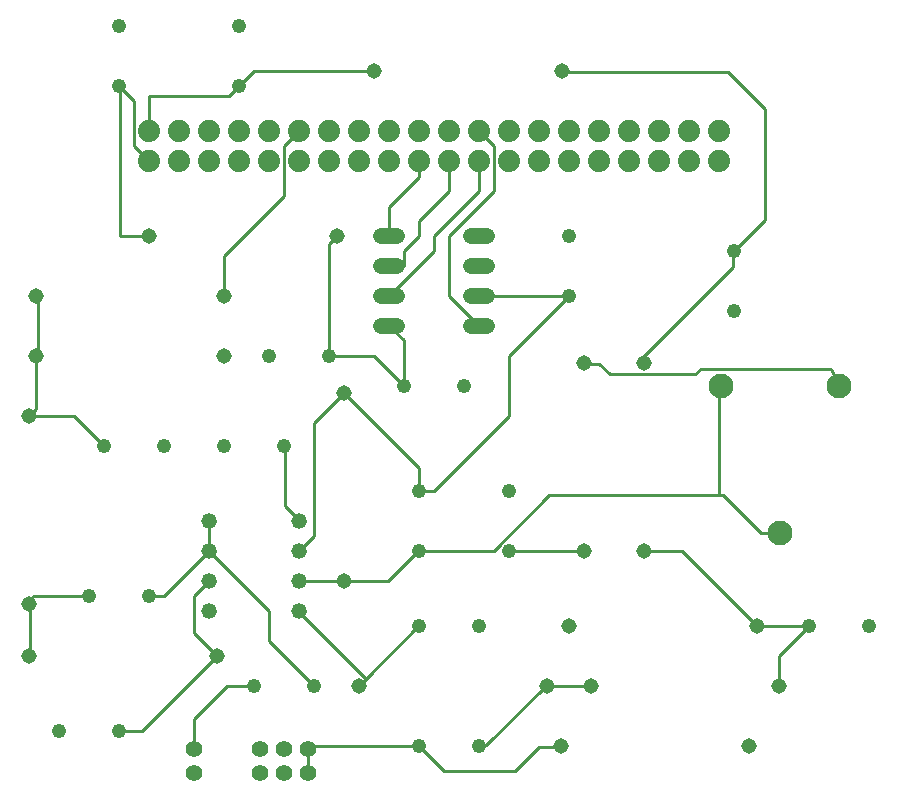
<source format=gbr>
G04 EAGLE Gerber RS-274X export*
G75*
%MOMM*%
%FSLAX34Y34*%
%LPD*%
%INTop Copper*%
%IPPOS*%
%AMOC8*
5,1,8,0,0,1.08239X$1,22.5*%
G01*
%ADD10C,1.216000*%
%ADD11C,1.408000*%
%ADD12C,1.320800*%
%ADD13C,1.320800*%
%ADD14C,1.879600*%
%ADD15C,1.308000*%
%ADD16C,2.100000*%
%ADD17C,0.254000*%


D10*
X1028700Y558800D03*
X1079500Y558800D03*
X876300Y1117600D03*
X876300Y1168400D03*
X1295400Y977900D03*
X1295400Y927100D03*
X914400Y812800D03*
X863600Y812800D03*
X774700Y1117600D03*
X774700Y1168400D03*
X952500Y889000D03*
X901700Y889000D03*
X1016000Y863600D03*
X1066800Y863600D03*
X1358900Y660400D03*
X1409700Y660400D03*
X1104900Y723900D03*
X1104900Y774700D03*
X1079500Y660400D03*
X1028700Y660400D03*
X1155700Y990600D03*
X1155700Y939800D03*
X1028700Y774700D03*
X1028700Y723900D03*
X774700Y571500D03*
X723900Y571500D03*
X762000Y812800D03*
X812800Y812800D03*
X939800Y609600D03*
X889000Y609600D03*
X749300Y685800D03*
X800100Y685800D03*
D11*
X838200Y556100D03*
X838200Y536100D03*
D12*
X1072896Y914400D02*
X1086104Y914400D01*
X1086104Y939800D02*
X1072896Y939800D01*
X1072896Y965200D02*
X1086104Y965200D01*
X1086104Y990600D02*
X1072896Y990600D01*
X1009904Y990600D02*
X996696Y990600D01*
X996696Y965200D02*
X1009904Y965200D01*
X1009904Y939800D02*
X996696Y939800D01*
X996696Y914400D02*
X1009904Y914400D01*
D13*
X850900Y749300D03*
X850900Y723900D03*
X927100Y723900D03*
X927100Y749300D03*
X850900Y698500D03*
X850900Y673100D03*
X927100Y698500D03*
X927100Y673100D03*
D14*
X800100Y1054100D03*
X825500Y1054100D03*
X850900Y1054100D03*
X876300Y1054100D03*
X901700Y1054100D03*
X927100Y1054100D03*
X952500Y1054100D03*
X977900Y1054100D03*
X1003300Y1054100D03*
X1028700Y1054100D03*
X1054100Y1054100D03*
X1079500Y1054100D03*
X1104900Y1054100D03*
X1104900Y1079500D03*
X1079500Y1079500D03*
X1054100Y1079500D03*
X1028700Y1079500D03*
X1003300Y1079500D03*
X977900Y1079500D03*
X952500Y1079500D03*
X927100Y1079500D03*
X901700Y1079500D03*
X876300Y1079500D03*
X850900Y1079500D03*
X825500Y1079500D03*
X800100Y1079500D03*
X1130300Y1054100D03*
X1130300Y1079500D03*
X1155700Y1054100D03*
X1155700Y1079500D03*
X1181100Y1054100D03*
X1181100Y1079500D03*
X1206500Y1054100D03*
X1206500Y1079500D03*
X1231900Y1054100D03*
X1231900Y1079500D03*
X1257300Y1054100D03*
X1257300Y1079500D03*
X1282700Y1054100D03*
X1282700Y1079500D03*
D15*
X990600Y1130300D03*
X1149600Y1130300D03*
X800100Y990600D03*
X959100Y990600D03*
X1219200Y723900D03*
X1219200Y882900D03*
X1155700Y660400D03*
X1314700Y660400D03*
X1308100Y558800D03*
X1149100Y558800D03*
X1333500Y609600D03*
X1174500Y609600D03*
X977900Y609600D03*
X1136900Y609600D03*
X1168400Y723900D03*
X1168400Y882900D03*
X965200Y698500D03*
X965200Y857500D03*
X698500Y838200D03*
X698500Y679200D03*
X863600Y889000D03*
X704600Y889000D03*
X698500Y635000D03*
X857500Y635000D03*
X863600Y939800D03*
X704600Y939800D03*
D11*
X934400Y556100D03*
X934400Y536100D03*
X914400Y556100D03*
X914400Y536100D03*
X894400Y556100D03*
X894400Y536100D03*
D16*
X1384300Y863600D03*
X1334300Y738600D03*
X1284300Y863600D03*
D17*
X1148080Y557784D02*
X1129792Y557784D01*
X1109472Y537464D01*
X1049528Y537464D01*
X1029208Y557784D01*
X1148080Y557784D02*
X1149100Y558800D01*
X1029208Y557784D02*
X1028700Y558800D01*
X934400Y556100D02*
X934400Y536100D01*
X937100Y558800D02*
X1028700Y558800D01*
X937100Y558800D02*
X934400Y556100D01*
X1079500Y559308D02*
X1085596Y559308D01*
X1135888Y609600D01*
X1079500Y559308D02*
X1079500Y558800D01*
X1135888Y609600D02*
X1136900Y609600D01*
X1174500Y609600D01*
X983488Y615696D02*
X977392Y609600D01*
X983488Y615696D02*
X1027684Y659892D01*
X1028700Y660400D01*
X977900Y609600D02*
X977392Y609600D01*
X983488Y615696D02*
X927100Y672084D01*
X927100Y673100D01*
X1104900Y723900D02*
X1168400Y723900D01*
X1155700Y939800D02*
X1079500Y939800D01*
X1104900Y889000D02*
X1155700Y939800D01*
X1104900Y889000D02*
X1104900Y838200D01*
X1041400Y774700D01*
X1028700Y774700D01*
X1028700Y794000D01*
X965200Y857500D01*
X939800Y832100D01*
X939800Y736600D01*
X927100Y723900D01*
X1002284Y698500D02*
X1027684Y723900D01*
X1028700Y723900D01*
X1002284Y698500D02*
X965200Y698500D01*
X1318292Y738600D02*
X1334300Y738600D01*
X1318292Y738600D02*
X1285748Y771144D01*
X1091692Y723900D02*
X1028700Y723900D01*
X1091692Y723900D02*
X1138936Y771144D01*
X1282700Y771144D02*
X1285748Y771144D01*
X1282700Y771144D02*
X1138936Y771144D01*
X965200Y698500D02*
X927100Y698500D01*
X1282700Y862000D02*
X1284300Y863600D01*
X1282700Y862000D02*
X1282700Y771144D01*
X1041400Y977900D02*
X1003300Y939800D01*
X1041400Y977900D02*
X1041400Y990600D01*
X1079500Y1028700D01*
X1079500Y1054100D01*
X1003300Y1014984D02*
X1003300Y990600D01*
X1003300Y1014984D02*
X1028700Y1040384D01*
X1028700Y1054100D01*
X1016000Y965200D02*
X1003300Y965200D01*
X1016000Y965200D02*
X1016000Y977900D01*
X1028700Y990600D01*
X1028700Y1003300D01*
X1054100Y1028700D01*
X1054100Y1054100D01*
X1003300Y914400D02*
X1015492Y902208D01*
X952500Y984000D02*
X959100Y990600D01*
X952500Y984000D02*
X952500Y889000D01*
X990600Y889000D01*
X1015492Y902208D02*
X1015492Y864108D01*
X1016000Y863600D01*
X990600Y889000D01*
X1054100Y939800D02*
X1079500Y914400D01*
X1054100Y939800D02*
X1054100Y990600D01*
X1092200Y1028700D01*
X1092200Y1066800D01*
X1079500Y1079500D01*
X1219200Y723900D02*
X1251200Y723900D01*
X1314700Y660400D01*
X1358900Y660400D01*
X1333500Y635000D01*
X1333500Y609600D01*
X914908Y762000D02*
X914908Y812292D01*
X914908Y762000D02*
X927100Y749808D01*
X914908Y812292D02*
X914400Y812800D01*
X927100Y749808D02*
X927100Y749300D01*
X1294384Y964184D02*
X1294384Y976884D01*
X1295400Y977900D01*
X1294384Y964184D02*
X1219200Y888915D01*
X1219200Y882900D01*
X1321816Y1097788D02*
X1290320Y1129284D01*
X1150620Y1129284D01*
X1321816Y1097788D02*
X1321816Y1004316D01*
X1295400Y977900D01*
X1150620Y1129284D02*
X1149600Y1130300D01*
X705612Y938788D02*
X704600Y939800D01*
X705612Y938788D02*
X705612Y890012D01*
X704600Y889000D01*
X704600Y844300D01*
X698500Y838200D01*
X736600Y838200D02*
X762000Y812800D01*
X736600Y838200D02*
X698500Y838200D01*
X701774Y685800D02*
X749300Y685800D01*
X701774Y685800D02*
X698500Y679200D01*
X699516Y678184D01*
X699516Y636016D01*
X698500Y635000D01*
X838200Y685800D02*
X850900Y698500D01*
X838200Y654300D02*
X857500Y635000D01*
X838200Y654300D02*
X838200Y685800D01*
X857500Y635000D02*
X794000Y571500D01*
X774700Y571500D01*
X901700Y647700D02*
X901700Y673100D01*
X901700Y647700D02*
X939800Y609600D01*
X901700Y673100D02*
X850900Y723900D01*
X812800Y685800D02*
X800100Y685800D01*
X812800Y685800D02*
X850900Y723900D01*
X850900Y749300D01*
X866140Y609600D02*
X889000Y609600D01*
X866140Y609600D02*
X838200Y581660D01*
X838200Y556100D01*
X914400Y1024636D02*
X914400Y1066800D01*
X927100Y1079500D01*
X863600Y973836D02*
X863600Y939800D01*
X863600Y973836D02*
X914400Y1024636D01*
X787400Y1066800D02*
X787400Y1104900D01*
X787400Y1066800D02*
X800100Y1054100D01*
X787400Y1104900D02*
X774700Y1117600D01*
X775208Y1117092D01*
X775208Y990600D01*
X800100Y990600D01*
X800100Y1079500D02*
X800100Y1108964D01*
X867664Y1108964D02*
X876300Y1117600D01*
X867664Y1108964D02*
X800100Y1108964D01*
X876300Y1117600D02*
X889000Y1130300D01*
X990600Y1130300D01*
X1168908Y882396D02*
X1181100Y882396D01*
X1190244Y873252D01*
X1262380Y873252D01*
X1266952Y877824D01*
X1377188Y877824D01*
X1168908Y882396D02*
X1168400Y882900D01*
X1377188Y877824D02*
X1384300Y863600D01*
M02*

</source>
